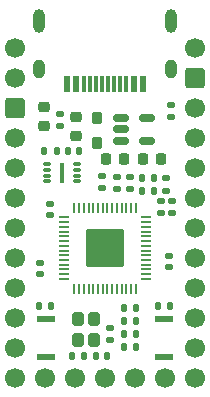
<source format=gts>
%TF.GenerationSoftware,KiCad,Pcbnew,(6.0.5)*%
%TF.CreationDate,2022-11-22T23:52:45-08:00*%
%TF.ProjectId,0xB2,30784232-2e6b-4696-9361-645f70636258,2*%
%TF.SameCoordinates,Original*%
%TF.FileFunction,Soldermask,Top*%
%TF.FilePolarity,Negative*%
%FSLAX46Y46*%
G04 Gerber Fmt 4.6, Leading zero omitted, Abs format (unit mm)*
G04 Created by KiCad (PCBNEW (6.0.5)) date 2022-11-22 23:52:45*
%MOMM*%
%LPD*%
G01*
G04 APERTURE LIST*
G04 Aperture macros list*
%AMRoundRect*
0 Rectangle with rounded corners*
0 $1 Rounding radius*
0 $2 $3 $4 $5 $6 $7 $8 $9 X,Y pos of 4 corners*
0 Add a 4 corners polygon primitive as box body*
4,1,4,$2,$3,$4,$5,$6,$7,$8,$9,$2,$3,0*
0 Add four circle primitives for the rounded corners*
1,1,$1+$1,$2,$3*
1,1,$1+$1,$4,$5*
1,1,$1+$1,$6,$7*
1,1,$1+$1,$8,$9*
0 Add four rect primitives between the rounded corners*
20,1,$1+$1,$2,$3,$4,$5,0*
20,1,$1+$1,$4,$5,$6,$7,0*
20,1,$1+$1,$6,$7,$8,$9,0*
20,1,$1+$1,$8,$9,$2,$3,0*%
G04 Aperture macros list end*
%ADD10C,1.700000*%
%ADD11RoundRect,0.255000X-0.595000X-0.595000X0.595000X-0.595000X0.595000X0.595000X-0.595000X0.595000X0*%
%ADD12RoundRect,0.140000X-0.140000X-0.170000X0.140000X-0.170000X0.140000X0.170000X-0.140000X0.170000X0*%
%ADD13RoundRect,0.140000X-0.170000X0.140000X-0.170000X-0.140000X0.170000X-0.140000X0.170000X0.140000X0*%
%ADD14RoundRect,0.135000X0.135000X0.185000X-0.135000X0.185000X-0.135000X-0.185000X0.135000X-0.185000X0*%
%ADD15RoundRect,0.120000X-0.280000X0.380000X-0.280000X-0.380000X0.280000X-0.380000X0.280000X0.380000X0*%
%ADD16RoundRect,0.135000X0.185000X-0.135000X0.185000X0.135000X-0.185000X0.135000X-0.185000X-0.135000X0*%
%ADD17RoundRect,0.150000X-0.512500X-0.150000X0.512500X-0.150000X0.512500X0.150000X-0.512500X0.150000X0*%
%ADD18RoundRect,0.140000X0.170000X-0.140000X0.170000X0.140000X-0.170000X0.140000X-0.170000X-0.140000X0*%
%ADD19RoundRect,0.135000X-0.185000X0.135000X-0.185000X-0.135000X0.185000X-0.135000X0.185000X0.135000X0*%
%ADD20RoundRect,0.218750X-0.256250X0.218750X-0.256250X-0.218750X0.256250X-0.218750X0.256250X0.218750X0*%
%ADD21RoundRect,0.082500X0.667500X-0.192500X0.667500X0.192500X-0.667500X0.192500X-0.667500X-0.192500X0*%
%ADD22RoundRect,0.037500X-0.262500X-0.087500X0.262500X-0.087500X0.262500X0.087500X-0.262500X0.087500X0*%
%ADD23RoundRect,0.045000X-0.105000X-0.830000X0.105000X-0.830000X0.105000X0.830000X-0.105000X0.830000X0*%
%ADD24RoundRect,0.255000X0.595000X0.595000X-0.595000X0.595000X-0.595000X-0.595000X0.595000X-0.595000X0*%
%ADD25R,0.600000X1.400000*%
%ADD26R,0.300000X1.400000*%
%ADD27O,1.000000X2.000000*%
%ADD28O,1.000000X1.600000*%
%ADD29RoundRect,0.135000X-0.135000X-0.185000X0.135000X-0.185000X0.135000X0.185000X-0.135000X0.185000X0*%
%ADD30RoundRect,0.150000X-0.350000X0.425000X-0.350000X-0.425000X0.350000X-0.425000X0.350000X0.425000X0*%
%ADD31RoundRect,0.140000X0.140000X0.170000X-0.140000X0.170000X-0.140000X-0.170000X0.140000X-0.170000X0*%
%ADD32RoundRect,0.218750X0.256250X-0.218750X0.256250X0.218750X-0.256250X0.218750X-0.256250X-0.218750X0*%
%ADD33RoundRect,0.147500X-0.147500X-0.172500X0.147500X-0.172500X0.147500X0.172500X-0.147500X0.172500X0*%
%ADD34RoundRect,0.225000X0.225000X0.250000X-0.225000X0.250000X-0.225000X-0.250000X0.225000X-0.250000X0*%
%ADD35RoundRect,0.225000X-0.225000X-0.250000X0.225000X-0.250000X0.225000X0.250000X-0.225000X0.250000X0*%
%ADD36RoundRect,0.050000X-0.387500X-0.050000X0.387500X-0.050000X0.387500X0.050000X-0.387500X0.050000X0*%
%ADD37RoundRect,0.050000X-0.050000X-0.387500X0.050000X-0.387500X0.050000X0.387500X-0.050000X0.387500X0*%
%ADD38RoundRect,0.144000X-1.456000X-1.456000X1.456000X-1.456000X1.456000X1.456000X-1.456000X1.456000X0*%
G04 APERTURE END LIST*
D10*
%TO.C,J2*%
X144780000Y-80010000D03*
X144780000Y-82550000D03*
D11*
X144780000Y-85090000D03*
D10*
X144780000Y-87630000D03*
X144780000Y-90170000D03*
X144780000Y-92710000D03*
X144780000Y-95250000D03*
X144780000Y-97790000D03*
X144780000Y-100330000D03*
X144780000Y-102870000D03*
X144780000Y-105410000D03*
X144780000Y-107950000D03*
%TD*%
D12*
%TO.C,C14*%
X154020000Y-103200000D03*
X154980000Y-103200000D03*
%TD*%
D13*
%TO.C,C9*%
X146900000Y-98220000D03*
X146900000Y-99180000D03*
%TD*%
D14*
%TO.C,R10*%
X156560000Y-91100000D03*
X155540000Y-91100000D03*
%TD*%
D13*
%TO.C,C5*%
X158100000Y-93020000D03*
X158100000Y-93980000D03*
%TD*%
D15*
%TO.C,D2*%
X151700000Y-86000000D03*
X151700000Y-88100000D03*
%TD*%
D16*
%TO.C,R8*%
X152850000Y-104810000D03*
X152850000Y-103790000D03*
%TD*%
D17*
%TO.C,U3*%
X153712500Y-86000000D03*
X153712500Y-86950000D03*
X153712500Y-87900000D03*
X155987500Y-87900000D03*
X155987500Y-86000000D03*
%TD*%
D18*
%TO.C,C12*%
X147700000Y-94180000D03*
X147700000Y-93220000D03*
%TD*%
D19*
%TO.C,R6*%
X153400000Y-90990000D03*
X153400000Y-92010000D03*
%TD*%
D20*
%TO.C,F1*%
X149900000Y-85912500D03*
X149900000Y-87487500D03*
%TD*%
D10*
%TO.C,J3*%
X147320000Y-107950000D03*
X149860000Y-107950000D03*
X152400000Y-107950000D03*
X154940000Y-107950000D03*
X157480000Y-107950000D03*
%TD*%
D18*
%TO.C,C13*%
X157800000Y-97670000D03*
X157800000Y-98630000D03*
%TD*%
D19*
%TO.C,R5*%
X148550000Y-85640000D03*
X148550000Y-86660000D03*
%TD*%
D21*
%TO.C,SW2*%
X147400000Y-106225000D03*
X147400000Y-102975000D03*
%TD*%
D12*
%TO.C,C8*%
X154020000Y-102100000D03*
X154980000Y-102100000D03*
%TD*%
D22*
%TO.C,U2*%
X147450000Y-89850000D03*
X147450000Y-90350000D03*
X147450000Y-90850000D03*
X147450000Y-91350000D03*
X150050000Y-91350000D03*
X150050000Y-90850000D03*
X150050000Y-90350000D03*
X150050000Y-89850000D03*
D23*
X148750000Y-90600000D03*
%TD*%
D19*
%TO.C,R4*%
X157950000Y-84890000D03*
X157950000Y-85910000D03*
%TD*%
D10*
%TO.C,J4*%
X160020000Y-107950000D03*
X160020000Y-105410000D03*
X160020000Y-102870000D03*
X160020000Y-100330000D03*
X160020000Y-97790000D03*
X160020000Y-95250000D03*
X160020000Y-92710000D03*
X160020000Y-90170000D03*
X160020000Y-87630000D03*
X160020000Y-85090000D03*
D24*
X160020000Y-82550000D03*
D10*
X160020000Y-80010000D03*
%TD*%
D25*
%TO.C,J1*%
X155650000Y-83100000D03*
X154850000Y-83100000D03*
D26*
X153650000Y-83100000D03*
X152650000Y-83100000D03*
X152150000Y-83100000D03*
X151150000Y-83100000D03*
D25*
X149950000Y-83100000D03*
X149150000Y-83100000D03*
X149150000Y-83100000D03*
X149950000Y-83100000D03*
D26*
X150650000Y-83100000D03*
X151650000Y-83100000D03*
X153150000Y-83100000D03*
X154150000Y-83100000D03*
D25*
X154850000Y-83100000D03*
X155650000Y-83100000D03*
D27*
X146780000Y-77800000D03*
X158020000Y-77800000D03*
D28*
X158020000Y-81800000D03*
X146780000Y-81800000D03*
%TD*%
D29*
%TO.C,R2*%
X156890000Y-101900000D03*
X157910000Y-101900000D03*
%TD*%
D13*
%TO.C,C11*%
X157100000Y-93020000D03*
X157100000Y-93980000D03*
%TD*%
D16*
%TO.C,R11*%
X157600000Y-92120000D03*
X157600000Y-91100000D03*
%TD*%
D30*
%TO.C,Y1*%
X150100000Y-103025000D03*
X150100000Y-104775000D03*
X151500000Y-104775000D03*
X151500000Y-103025000D03*
%TD*%
D12*
%TO.C,C10*%
X149250000Y-88750000D03*
X150210000Y-88750000D03*
%TD*%
D31*
%TO.C,C4*%
X152580000Y-106150000D03*
X151620000Y-106150000D03*
%TD*%
D19*
%TO.C,R7*%
X154500000Y-90990000D03*
X154500000Y-92010000D03*
%TD*%
D32*
%TO.C,FB1*%
X147250000Y-86637500D03*
X147250000Y-85062500D03*
%TD*%
D14*
%TO.C,R1*%
X155010000Y-104300000D03*
X153990000Y-104300000D03*
%TD*%
D33*
%TO.C,D1*%
X154015000Y-105400000D03*
X154985000Y-105400000D03*
%TD*%
D12*
%TO.C,C6*%
X155570000Y-92150000D03*
X156530000Y-92150000D03*
%TD*%
D34*
%TO.C,C2*%
X157125000Y-89450000D03*
X155575000Y-89450000D03*
%TD*%
D21*
%TO.C,SW1*%
X157400000Y-106225000D03*
X157400000Y-102975000D03*
%TD*%
D18*
%TO.C,C7*%
X152100000Y-91880000D03*
X152100000Y-90920000D03*
%TD*%
D14*
%TO.C,R3*%
X147810000Y-101900000D03*
X146790000Y-101900000D03*
%TD*%
D29*
%TO.C,R9*%
X147270000Y-88750000D03*
X148290000Y-88750000D03*
%TD*%
D35*
%TO.C,C1*%
X152475000Y-89450000D03*
X154025000Y-89450000D03*
%TD*%
D12*
%TO.C,C3*%
X149620000Y-106150000D03*
X150580000Y-106150000D03*
%TD*%
D36*
%TO.C,U1*%
X148962500Y-94400000D03*
X148962500Y-94800000D03*
X148962500Y-95200000D03*
X148962500Y-95600000D03*
X148962500Y-96000000D03*
X148962500Y-96400000D03*
X148962500Y-96800000D03*
X148962500Y-97200000D03*
X148962500Y-97600000D03*
X148962500Y-98000000D03*
X148962500Y-98400000D03*
X148962500Y-98800000D03*
X148962500Y-99200000D03*
X148962500Y-99600000D03*
D37*
X149800000Y-100437500D03*
X150200000Y-100437500D03*
X150600000Y-100437500D03*
X151000000Y-100437500D03*
X151400000Y-100437500D03*
X151800000Y-100437500D03*
X152200000Y-100437500D03*
X152600000Y-100437500D03*
X153000000Y-100437500D03*
X153400000Y-100437500D03*
X153800000Y-100437500D03*
X154200000Y-100437500D03*
X154600000Y-100437500D03*
X155000000Y-100437500D03*
D36*
X155837500Y-99600000D03*
X155837500Y-99200000D03*
X155837500Y-98800000D03*
X155837500Y-98400000D03*
X155837500Y-98000000D03*
X155837500Y-97600000D03*
X155837500Y-97200000D03*
X155837500Y-96800000D03*
X155837500Y-96400000D03*
X155837500Y-96000000D03*
X155837500Y-95600000D03*
X155837500Y-95200000D03*
X155837500Y-94800000D03*
X155837500Y-94400000D03*
D37*
X155000000Y-93562500D03*
X154600000Y-93562500D03*
X154200000Y-93562500D03*
X153800000Y-93562500D03*
X153400000Y-93562500D03*
X153000000Y-93562500D03*
X152600000Y-93562500D03*
X152200000Y-93562500D03*
X151800000Y-93562500D03*
X151400000Y-93562500D03*
X151000000Y-93562500D03*
X150600000Y-93562500D03*
X150200000Y-93562500D03*
X149800000Y-93562500D03*
D38*
X152400000Y-97000000D03*
%TD*%
M02*

</source>
